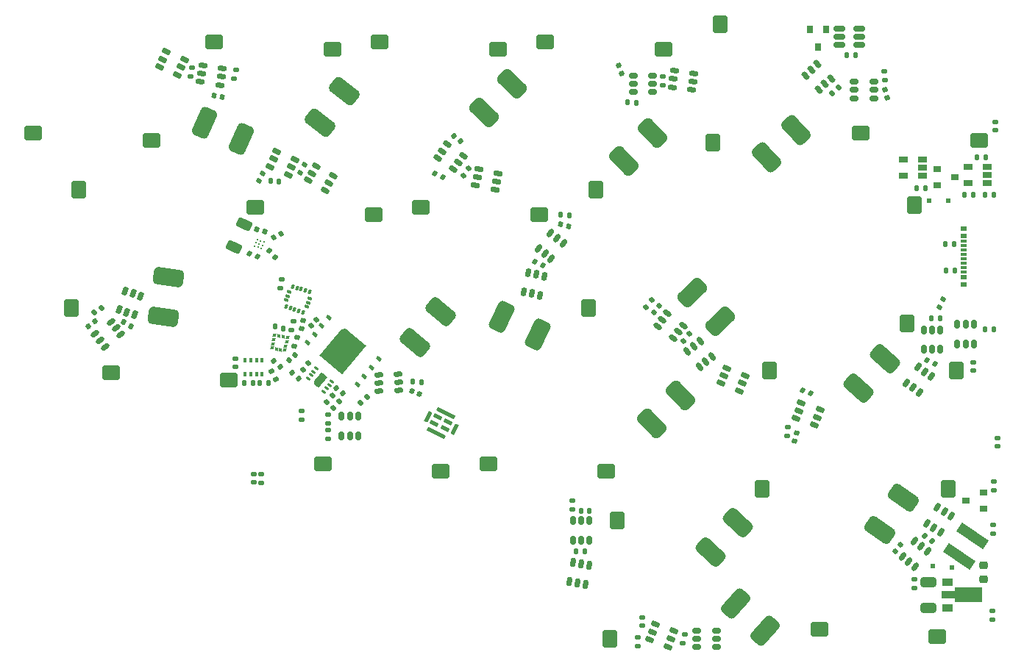
<source format=gbp>
G04 #@! TF.GenerationSoftware,KiCad,Pcbnew,(6.0.11-0)*
G04 #@! TF.CreationDate,2023-02-16T18:45:00+08:00*
G04 #@! TF.ProjectId,Left,4c656674-2e6b-4696-9361-645f70636258,rev?*
G04 #@! TF.SameCoordinates,Original*
G04 #@! TF.FileFunction,Paste,Bot*
G04 #@! TF.FilePolarity,Positive*
%FSLAX46Y46*%
G04 Gerber Fmt 4.6, Leading zero omitted, Abs format (unit mm)*
G04 Created by KiCad (PCBNEW (6.0.11-0)) date 2023-02-16 18:45:00*
%MOMM*%
%LPD*%
G01*
G04 APERTURE LIST*
G04 Aperture macros list*
%AMRoundRect*
0 Rectangle with rounded corners*
0 $1 Rounding radius*
0 $2 $3 $4 $5 $6 $7 $8 $9 X,Y pos of 4 corners*
0 Add a 4 corners polygon primitive as box body*
4,1,4,$2,$3,$4,$5,$6,$7,$8,$9,$2,$3,0*
0 Add four circle primitives for the rounded corners*
1,1,$1+$1,$2,$3*
1,1,$1+$1,$4,$5*
1,1,$1+$1,$6,$7*
1,1,$1+$1,$8,$9*
0 Add four rect primitives between the rounded corners*
20,1,$1+$1,$2,$3,$4,$5,0*
20,1,$1+$1,$4,$5,$6,$7,0*
20,1,$1+$1,$6,$7,$8,$9,0*
20,1,$1+$1,$8,$9,$2,$3,0*%
%AMRotRect*
0 Rectangle, with rotation*
0 The origin of the aperture is its center*
0 $1 length*
0 $2 width*
0 $3 Rotation angle, in degrees counterclockwise*
0 Add horizontal line*
21,1,$1,$2,0,0,$3*%
%AMOutline4P*
0 Free polygon, 4 corners , with rotation*
0 The origin of the aperture is its center*
0 number of corners: always 4*
0 $1 to $8 corner X, Y*
0 $9 Rotation angle, in degrees counterclockwise*
0 create outline with 4 corners*
4,1,4,$1,$2,$3,$4,$5,$6,$7,$8,$1,$2,$9*%
%AMOutline5P*
0 Free polygon, 5 corners , with rotation*
0 The origin of the aperture is its center*
0 number of corners: always 5*
0 $1 to $10 corner X, Y*
0 $11 Rotation angle, in degrees counterclockwise*
0 create outline with 5 corners*
4,1,5,$1,$2,$3,$4,$5,$6,$7,$8,$9,$10,$1,$2,$11*%
%AMOutline6P*
0 Free polygon, 6 corners , with rotation*
0 The origin of the aperture is its center*
0 number of corners: always 6*
0 $1 to $12 corner X, Y*
0 $13 Rotation angle, in degrees counterclockwise*
0 create outline with 6 corners*
4,1,6,$1,$2,$3,$4,$5,$6,$7,$8,$9,$10,$11,$12,$1,$2,$13*%
%AMOutline7P*
0 Free polygon, 7 corners , with rotation*
0 The origin of the aperture is its center*
0 number of corners: always 7*
0 $1 to $14 corner X, Y*
0 $15 Rotation angle, in degrees counterclockwise*
0 create outline with 7 corners*
4,1,7,$1,$2,$3,$4,$5,$6,$7,$8,$9,$10,$11,$12,$13,$14,$1,$2,$15*%
%AMOutline8P*
0 Free polygon, 8 corners , with rotation*
0 The origin of the aperture is its center*
0 number of corners: always 8*
0 $1 to $16 corner X, Y*
0 $17 Rotation angle, in degrees counterclockwise*
0 create outline with 8 corners*
4,1,8,$1,$2,$3,$4,$5,$6,$7,$8,$9,$10,$11,$12,$13,$14,$15,$16,$1,$2,$17*%
%AMFreePoly0*
4,1,6,0.450000,-0.800000,-0.180000,-0.800000,-0.450000,-0.530000,-0.450000,0.800000,0.450000,0.800000,0.450000,-0.800000,0.450000,-0.800000,$1*%
%AMFreePoly1*
4,1,9,3.862500,-0.866500,0.737500,-0.866500,0.737500,-0.450000,-0.737500,-0.450000,-0.737500,0.450000,0.737500,0.450000,0.737500,0.866500,3.862500,0.866500,3.862500,-0.866500,3.862500,-0.866500,$1*%
G04 Aperture macros list end*
%ADD10RoundRect,0.500000X-0.508653X1.246504X-1.227993X0.551846X0.508653X-1.246504X1.227993X-0.551846X0*%
%ADD11RoundRect,0.500000X0.508653X-1.246504X1.227993X-0.551846X-0.508653X1.246504X-1.227993X0.551846X0*%
%ADD12RoundRect,0.170000X-0.830000X-0.680000X0.830000X-0.680000X0.830000X0.680000X-0.830000X0.680000X0*%
%ADD13RoundRect,0.170000X0.830000X0.680000X-0.830000X0.680000X-0.830000X-0.680000X0.830000X-0.680000X0*%
%ADD14RoundRect,0.170000X0.680000X-0.830000X0.680000X0.830000X-0.680000X0.830000X-0.680000X-0.830000X0*%
%ADD15RoundRect,0.170000X-0.680000X0.830000X-0.680000X-0.830000X0.680000X-0.830000X0.680000X0.830000X0*%
%ADD16RoundRect,0.500000X-0.486821X1.255191X-1.218175X0.573193X0.486821X-1.255191X1.218175X-0.573193X0*%
%ADD17RoundRect,0.500000X0.486821X-1.255191X1.218175X-0.573193X-0.486821X1.255191X-1.218175X0.573193X0*%
%ADD18RoundRect,0.500000X0.594366X-1.207986X1.263496X-0.464841X-0.594366X1.207986X-1.263496X0.464841X0*%
%ADD19RoundRect,0.500000X-0.594366X1.207986X-1.263496X0.464841X0.594366X-1.207986X1.263496X-0.464841X0*%
%ADD20RoundRect,0.500000X-1.207986X-0.594366X-0.464841X-1.263496X1.207986X0.594366X0.464841X1.263496X0*%
%ADD21RoundRect,0.500000X1.207986X0.594366X0.464841X1.263496X-1.207986X-0.594366X-0.464841X-1.263496X0*%
%ADD22RoundRect,0.500000X-1.168249X0.669100X-1.307422X-0.321168X1.168249X-0.669100X1.307422X0.321168X0*%
%ADD23RoundRect,0.500000X1.168249X-0.669100X1.307422X0.321168X-1.168249X0.669100X-1.307422X-0.321168X0*%
%ADD24RoundRect,0.500000X0.636162X-1.186507X1.278949X-0.420462X-0.636162X1.186507X-1.278949X0.420462X0*%
%ADD25RoundRect,0.500000X-0.636162X1.186507X-1.278949X0.420462X0.636162X-1.186507X1.278949X-0.420462X0*%
%ADD26RoundRect,0.500000X-1.246504X-0.508653X-0.551846X-1.227993X1.246504X0.508653X0.551846X1.227993X0*%
%ADD27RoundRect,0.500000X1.246504X0.508653X0.551846X1.227993X-1.246504X-0.508653X-0.551846X-1.227993X0*%
%ADD28RoundRect,0.500000X0.965194X0.938564X0.051648X1.345300X-0.965194X-0.938564X-0.051648X-1.345300X0*%
%ADD29RoundRect,0.500000X-0.965194X-0.938564X-0.051648X-1.345300X0.965194X0.938564X0.051648X1.345300X0*%
%ADD30RoundRect,0.500000X0.997361X0.904307X0.098567X1.342678X-0.997361X-0.904307X-0.098567X-1.342678X0*%
%ADD31RoundRect,0.500000X-0.997361X-0.904307X-0.098567X-1.342678X0.997361X0.904307X0.098567X1.342678X0*%
%ADD32RoundRect,0.500000X0.737152X-1.126547X1.310728X-0.307395X-0.737152X1.126547X-1.310728X0.307395X0*%
%ADD33RoundRect,0.500000X-0.737152X1.126547X-1.310728X0.307395X0.737152X-1.126547X1.310728X-0.307395X0*%
%ADD34RoundRect,0.500000X-0.677183X1.163582X-1.292844X0.375571X0.677183X-1.163582X1.292844X-0.375571X0*%
%ADD35RoundRect,0.500000X0.677183X-1.163582X1.292844X-0.375571X-0.677183X1.163582X-1.292844X0.375571X0*%
%ADD36RoundRect,0.500000X0.573193X-1.218175X1.255191X-0.486821X-0.573193X1.218175X-1.255191X0.486821X0*%
%ADD37RoundRect,0.500000X-0.573193X1.218175X-1.255191X0.486821X0.573193X-1.218175X1.255191X-0.486821X0*%
%ADD38RoundRect,0.500000X-0.551846X1.227993X-1.246504X0.508653X0.551846X-1.227993X1.246504X-0.508653X0*%
%ADD39RoundRect,0.500000X0.551846X-1.227993X1.246504X-0.508653X-0.551846X1.227993X-1.246504X0.508653X0*%
%ADD40RoundRect,0.135000X-0.152889X0.170514X-0.209025X-0.093586X0.152889X-0.170514X0.209025X0.093586X0*%
%ADD41R,0.500000X0.500000*%
%ADD42RoundRect,0.150000X0.150000X-0.350000X0.150000X0.350000X-0.150000X0.350000X-0.150000X-0.350000X0*%
%ADD43RoundRect,0.140000X-0.137177X0.172286X-0.195393X-0.101596X0.137177X-0.172286X0.195393X0.101596X0*%
%ADD44R,0.800000X0.900000*%
%ADD45RoundRect,0.150000X0.183455X0.333683X-0.368153X-0.097280X-0.183455X-0.333683X0.368153X0.097280X0*%
%ADD46RoundRect,0.135000X0.107097X-0.202436X0.225457X0.040239X-0.107097X0.202436X-0.225457X-0.040239X0*%
%ADD47RoundRect,0.135000X0.222332X0.054942X0.015500X0.228495X-0.222332X-0.054942X-0.015500X-0.228495X0*%
%ADD48RoundRect,0.150000X0.368153X-0.097280X-0.183455X0.333683X-0.368153X0.097280X0.183455X-0.333683X0*%
%ADD49RoundRect,0.135000X0.146845X-0.175745X0.212164X0.086234X-0.146845X0.175745X-0.212164X-0.086234X0*%
%ADD50RoundRect,0.140000X-0.051308X-0.214167X0.200354X-0.091423X0.051308X0.214167X-0.200354X0.091423X0*%
%ADD51RoundRect,0.140000X-0.157003X-0.154435X0.121463X-0.183703X0.157003X0.154435X-0.121463X0.183703X0*%
%ADD52RoundRect,0.140000X0.193489X0.105176X-0.066123X0.210066X-0.193489X-0.105176X0.066123X-0.210066X0*%
%ADD53R,0.800000X0.540000*%
%ADD54R,0.800000X0.300000*%
%ADD55RoundRect,0.150000X0.086944X-0.370730X0.208498X0.318635X-0.086944X0.370730X-0.208498X-0.318635X0*%
%ADD56RoundRect,0.150000X0.371324X-0.084372X-0.194988X0.327077X-0.371324X0.084372X0.194988X-0.327077X0*%
%ADD57FreePoly0,320.000000*%
%ADD58RotRect,0.550000X0.250000X320.000000*%
%ADD59RotRect,0.550000X0.250000X140.000000*%
%ADD60RoundRect,0.150000X0.058265X0.376305X-0.312679X-0.217329X-0.058265X-0.376305X0.312679X0.217329X0*%
%ADD61RoundRect,0.135000X-0.135000X-0.185000X0.135000X-0.185000X0.135000X0.185000X-0.135000X0.185000X0*%
%ADD62RoundRect,0.150000X0.097280X0.368153X-0.333683X-0.183455X-0.097280X-0.368153X0.333683X0.183455X0*%
%ADD63RoundRect,0.150000X-0.380751X0.005326X0.258730X-0.279390X0.380751X-0.005326X-0.258730X0.279390X0*%
%ADD64RoundRect,0.135000X-0.228896X-0.007516X-0.062668X-0.220279X0.228896X0.007516X0.062668X0.220279X0*%
%ADD65RoundRect,0.135000X0.135000X0.185000X-0.135000X0.185000X-0.135000X-0.185000X0.135000X-0.185000X0*%
%ADD66RoundRect,0.147500X0.172500X-0.147500X0.172500X0.147500X-0.172500X0.147500X-0.172500X-0.147500X0*%
%ADD67RoundRect,0.150000X-0.097280X-0.368153X0.333683X0.183455X0.097280X0.368153X-0.333683X-0.183455X0*%
%ADD68RoundRect,0.140000X0.172286X0.137177X-0.101596X0.195393X-0.172286X-0.137177X0.101596X-0.195393X0*%
%ADD69RoundRect,0.135000X0.047149X-0.224114X0.227814X-0.023465X-0.047149X0.224114X-0.227814X0.023465X0*%
%ADD70RoundRect,0.140000X0.047769X-0.214984X0.220154X0.005659X-0.047769X0.214984X-0.220154X-0.005659X0*%
%ADD71RoundRect,0.135000X0.141374X0.180176X-0.128461X0.189599X-0.141374X-0.180176X0.128461X-0.189599X0*%
%ADD72RoundRect,0.150000X0.378109X-0.045096X-0.228109X0.304904X-0.378109X0.045096X0.228109X-0.304904X0*%
%ADD73RoundRect,0.140000X0.216520X0.040237X0.002028X0.220218X-0.216520X-0.040237X-0.002028X-0.220218X0*%
%ADD74RoundRect,0.135000X0.164411X-0.159433X0.201988X0.107939X-0.164411X0.159433X-0.201988X-0.107939X0*%
%ADD75RoundRect,0.150000X0.350000X0.150000X-0.350000X0.150000X-0.350000X-0.150000X0.350000X-0.150000X0*%
%ADD76RoundRect,0.135000X0.212522X0.085350X-0.016451X0.228428X-0.212522X-0.085350X0.016451X-0.228428X0*%
%ADD77RoundRect,0.140000X-0.170000X0.140000X-0.170000X-0.140000X0.170000X-0.140000X0.170000X0.140000X0*%
%ADD78RoundRect,0.135000X-0.054942X0.222332X-0.228495X0.015500X0.054942X-0.222332X0.228495X-0.015500X0*%
%ADD79R,0.900000X0.800000*%
%ADD80RoundRect,0.135000X-0.185000X0.135000X-0.185000X-0.135000X0.185000X-0.135000X0.185000X0.135000X0*%
%ADD81RoundRect,0.135000X0.185000X-0.135000X0.185000X0.135000X-0.185000X0.135000X-0.185000X-0.135000X0*%
%ADD82RoundRect,0.140000X-0.013339X-0.219823X0.213186X-0.055243X0.013339X0.219823X-0.213186X0.055243X0*%
%ADD83RoundRect,0.140000X-0.047769X0.214984X-0.220154X-0.005659X0.047769X-0.214984X0.220154X0.005659X0*%
%ADD84RoundRect,0.135000X0.175745X0.146845X-0.086234X0.212164X-0.175745X-0.146845X0.086234X-0.212164X0*%
%ADD85RoundRect,0.140000X0.170000X-0.140000X0.170000X0.140000X-0.170000X0.140000X-0.170000X-0.140000X0*%
%ADD86RoundRect,0.135000X-0.228428X0.016451X-0.085350X-0.212522X0.228428X-0.016451X0.085350X0.212522X0*%
%ADD87RoundRect,0.135000X0.215371X0.077881X-0.008469X0.228863X-0.215371X-0.077881X0.008469X-0.228863X0*%
%ADD88RoundRect,0.135000X0.198575X0.114096X-0.048082X0.223915X-0.198575X-0.114096X0.048082X-0.223915X0*%
%ADD89Outline4P,-0.225000X0.475000X0.225000X0.475000X0.225000X-0.475000X-0.225000X-0.475000X64.000000*%
%ADD90Outline6P,-0.225000X0.537500X-0.112500X0.650000X0.225000X0.650000X0.225000X-0.650000X-0.112500X-0.650000X-0.225000X-0.537500X334.000000*%
%ADD91Outline6P,-0.225000X1.037500X-0.112500X1.150000X0.225000X1.150000X0.225000X-1.150000X-0.112500X-1.150000X-0.225000X-1.037500X244.000000*%
%ADD92Outline6P,-0.225000X0.537500X-0.112500X0.650000X0.225000X0.650000X0.225000X-0.650000X-0.112500X-0.650000X-0.225000X-0.537500X154.000000*%
%ADD93Outline6P,-0.225000X1.037500X-0.112500X1.150000X0.225000X1.150000X0.225000X-1.150000X-0.112500X-1.150000X-0.225000X-1.037500X64.000000*%
%ADD94RoundRect,0.087500X0.025277X-0.205362X0.141158X0.151284X-0.025277X0.205362X-0.141158X-0.151284X0*%
%ADD95RoundRect,0.087500X0.151284X-0.141158X0.205362X0.025277X-0.151284X0.141158X-0.205362X-0.025277X0*%
%ADD96RoundRect,0.135000X0.140622X-0.180763X0.215044X0.078777X-0.140622X0.180763X-0.215044X-0.078777X0*%
%ADD97RoundRect,0.150000X-0.350000X-0.150000X0.350000X-0.150000X0.350000X0.150000X-0.350000X0.150000X0*%
%ADD98RoundRect,0.150000X0.380751X-0.005326X-0.258730X0.279390X-0.380751X0.005326X0.258730X-0.279390X0*%
%ADD99RotRect,0.375000X0.350000X170.000000*%
%ADD100RotRect,0.375000X0.350000X80.000000*%
%ADD101RoundRect,0.150000X-0.084372X-0.371324X0.327077X0.194988X0.084372X0.371324X-0.327077X-0.194988X0*%
%ADD102R,0.350000X0.500000*%
%ADD103C,0.270002*%
%ADD104RoundRect,0.140000X-0.140000X-0.170000X0.140000X-0.170000X0.140000X0.170000X-0.140000X0.170000X0*%
%ADD105RoundRect,0.150000X-0.150000X0.350000X-0.150000X-0.350000X0.150000X-0.350000X0.150000X0.350000X0*%
%ADD106RoundRect,0.150000X-0.351031X0.147570X0.135229X-0.355968X0.351031X-0.147570X-0.135229X0.355968X0*%
%ADD107RoundRect,0.150000X0.333683X-0.183455X-0.097280X0.368153X-0.333683X0.183455X0.097280X-0.368153X0*%
%ADD108RoundRect,0.150000X0.367470X0.099830X-0.325718X0.197251X-0.367470X-0.099830X0.325718X-0.197251X0*%
%ADD109RoundRect,0.140000X-0.202004X0.087718X-0.124825X-0.181435X0.202004X-0.087718X0.124825X0.181435X0*%
%ADD110RoundRect,0.140000X0.207631X-0.073414X0.111865X0.189700X-0.207631X0.073414X-0.111865X-0.189700X0*%
%ADD111RoundRect,0.135000X0.152889X-0.170514X0.209025X0.093586X-0.152889X0.170514X-0.209025X-0.093586X0*%
%ADD112RoundRect,0.225000X-0.250000X0.225000X-0.250000X-0.225000X0.250000X-0.225000X0.250000X0.225000X0*%
%ADD113RoundRect,0.135000X0.194472X0.120957X-0.055868X0.222101X-0.194472X-0.120957X0.055868X-0.222101X0*%
%ADD114RoundRect,0.135000X0.062668X-0.220279X0.228896X-0.007516X-0.062668X0.220279X-0.228896X0.007516X0*%
%ADD115RoundRect,0.150000X0.512500X0.150000X-0.512500X0.150000X-0.512500X-0.150000X0.512500X-0.150000X0*%
%ADD116R,1.060000X0.650000*%
%ADD117RoundRect,0.147500X0.147500X0.172500X-0.147500X0.172500X-0.147500X-0.172500X0.147500X-0.172500X0*%
%ADD118RoundRect,0.140000X-0.172286X-0.137177X0.101596X-0.195393X0.172286X0.137177X-0.101596X0.195393X0*%
%ADD119RoundRect,0.135000X0.206050X0.099967X-0.032346X0.226724X-0.206050X-0.099967X0.032346X-0.226724X0*%
%ADD120RoundRect,0.135000X-0.099967X0.206050X-0.226724X-0.032346X0.099967X-0.206050X0.226724X0.032346X0*%
%ADD121RoundRect,0.135000X0.008469X0.228863X-0.215371X0.077881X-0.008469X-0.228863X0.215371X-0.077881X0*%
%ADD122RoundRect,0.150000X-0.380705X-0.007965X0.268323X-0.270190X0.380705X0.007965X-0.268323X0.270190X0*%
%ADD123RoundRect,0.135000X-0.062668X0.220279X-0.228896X0.007516X0.062668X-0.220279X0.228896X-0.007516X0*%
%ADD124Outline5P,-0.200000X0.260000X-0.160000X0.300000X0.200000X0.300000X0.200000X-0.300000X-0.200000X-0.300000X230.000000*%
%ADD125Outline5P,-1.700000X1.810000X-1.360000X2.150000X1.700000X2.150000X1.700000X-2.150000X-1.700000X-2.150000X320.000000*%
%ADD126RoundRect,0.135000X0.031401X-0.226857X0.225623X-0.039299X-0.031401X0.226857X-0.225623X0.039299X0*%
%ADD127RoundRect,0.135000X-0.190132X-0.127670X0.063585X-0.220016X0.190132X0.127670X-0.063585X0.220016X0*%
%ADD128RoundRect,0.135000X-0.198575X-0.114096X0.048082X-0.223915X0.198575X0.114096X-0.048082X0.223915X0*%
%ADD129RoundRect,0.150000X-0.370730X-0.086944X0.318635X-0.208498X0.370730X0.086944X-0.318635X0.208498X0*%
%ADD130RoundRect,0.135000X0.070317X-0.217958X0.229019X0.000477X-0.070317X0.217958X-0.229019X-0.000477X0*%
%ADD131RoundRect,0.150000X-0.344552X-0.162123X0.355022X-0.137694X0.344552X0.162123X-0.355022X0.137694X0*%
%ADD132R,1.300000X0.900000*%
%ADD133FreePoly1,0.000000*%
%ADD134RoundRect,0.250000X-0.650000X0.325000X-0.650000X-0.325000X0.650000X-0.325000X0.650000X0.325000X0*%
%ADD135RoundRect,0.150000X-0.380195X-0.021247X0.277589X-0.260661X0.380195X0.021247X-0.277589X0.260661X0*%
%ADD136RoundRect,0.140000X-0.002028X0.220218X-0.216520X0.040237X0.002028X-0.220218X0.216520X-0.040237X0*%
%ADD137RotRect,0.500000X0.500000X354.000000*%
%ADD138RoundRect,0.135000X-0.114096X0.198575X-0.223915X-0.048082X0.114096X-0.198575X0.223915X0.048082X0*%
%ADD139RoundRect,0.140000X-0.216520X-0.040237X-0.002028X-0.220218X0.216520X0.040237X0.002028X0.220218X0*%
%ADD140RoundRect,0.135000X0.153598X0.169875X-0.114923X0.198098X-0.153598X-0.169875X0.114923X-0.198098X0*%
%ADD141RotRect,1.200000X3.700000X236.000000*%
%ADD142RoundRect,0.140000X-0.040237X0.216520X-0.220218X0.002028X0.040237X-0.216520X0.220218X-0.002028X0*%
%ADD143RoundRect,0.150000X0.060872X-0.375892X0.230217X0.303315X-0.060872X0.375892X-0.230217X-0.303315X0*%
%ADD144RoundRect,0.140000X0.181435X0.124825X-0.087718X0.202004X-0.181435X-0.124825X0.087718X-0.202004X0*%
%ADD145RoundRect,0.250000X0.443861X-0.539693X0.698071X0.031273X-0.443861X0.539693X-0.698071X-0.031273X0*%
%ADD146RoundRect,0.150000X-0.034503X0.379222X-0.250814X-0.286517X0.034503X-0.379222X0.250814X0.286517X0*%
%ADD147RoundRect,0.150000X0.380195X0.021247X-0.277589X0.260661X-0.380195X-0.021247X0.277589X-0.260661X0*%
%ADD148RoundRect,0.135000X-0.201988X0.107939X-0.164411X-0.159433X0.201988X-0.107939X0.164411X0.159433X0*%
%ADD149RoundRect,0.150000X0.373538X0.073953X-0.311165X0.219491X-0.373538X-0.073953X0.311165X-0.219491X0*%
G04 APERTURE END LIST*
D10*
X167586232Y-81874499D03*
D11*
X164277269Y-85069928D03*
D12*
X117174459Y-71388500D03*
D13*
X130775541Y-72238500D03*
D14*
X162668750Y-140089041D03*
D15*
X163518750Y-126487959D03*
D16*
X184126713Y-81497101D03*
D17*
X180762486Y-84634293D03*
D12*
X121936959Y-90438500D03*
D13*
X135538041Y-91288500D03*
D12*
X140986959Y-90438500D03*
D13*
X154588041Y-91288500D03*
D15*
X197781250Y-90187959D03*
D14*
X196931250Y-103789041D03*
D12*
X105268209Y-109488500D03*
D13*
X118869291Y-110338500D03*
D18*
X191324575Y-111267340D03*
D19*
X194402576Y-107848874D03*
D20*
X177164160Y-136071375D03*
D21*
X180582626Y-139149376D03*
D14*
X174575000Y-82939041D03*
D15*
X175425000Y-69337959D03*
D13*
X205175541Y-82688500D03*
D12*
X191574459Y-81838500D03*
D22*
X111923578Y-98466817D03*
D23*
X111283382Y-103022050D03*
D15*
X202543750Y-109237959D03*
D14*
X201693750Y-122839041D03*
D13*
X162313041Y-120788500D03*
D12*
X148711959Y-119938500D03*
X136224459Y-71388500D03*
D13*
X149825541Y-72238500D03*
X109925541Y-82688500D03*
D12*
X96324459Y-81838500D03*
D24*
X140245869Y-105956478D03*
D25*
X143202692Y-102432674D03*
D26*
X172174499Y-100213768D03*
D27*
X175369928Y-103522731D03*
D28*
X120297851Y-82573660D03*
D29*
X116095542Y-80702672D03*
D30*
X154422400Y-105068592D03*
D31*
X150287948Y-103052084D03*
D14*
X100756300Y-101989041D03*
D15*
X101606300Y-88387959D03*
D32*
X193817799Y-127581370D03*
D33*
X196456251Y-123813271D03*
D13*
X143263041Y-120788500D03*
D12*
X129661959Y-119938500D03*
D34*
X132160410Y-77023792D03*
D35*
X129328368Y-80648642D03*
D36*
X174281390Y-130126174D03*
D37*
X177418582Y-126761947D03*
D12*
X155274459Y-71388500D03*
D13*
X168875541Y-72238500D03*
D11*
X167563768Y-115275501D03*
D10*
X170872731Y-112080072D03*
D15*
X181112500Y-109237959D03*
D14*
X180262500Y-122839041D03*
X160287500Y-101989041D03*
D15*
X161137500Y-88387959D03*
D38*
X151415245Y-76185268D03*
D39*
X148219817Y-79494231D03*
D13*
X200413041Y-139838500D03*
D12*
X186811959Y-138988500D03*
D40*
X119676035Y-74561145D03*
X119463965Y-75558855D03*
D41*
X201650000Y-89650000D03*
X199450000Y-89650000D03*
D42*
X160350000Y-128787500D03*
X159400000Y-128787500D03*
X158450000Y-128787500D03*
X158450000Y-126512500D03*
X159400000Y-126512500D03*
X160350000Y-126512500D03*
D43*
X127399798Y-103430489D03*
X127200202Y-104369511D03*
D44*
X185725000Y-69950000D03*
X187625000Y-69950000D03*
X186675000Y-71950000D03*
D45*
X105271484Y-103581075D03*
X105856362Y-104329685D03*
X106441241Y-105078295D03*
X104648516Y-106478925D03*
X104063638Y-105730315D03*
X103478759Y-104981705D03*
D46*
X122336431Y-87398385D03*
X122783569Y-86481615D03*
D47*
X126899983Y-110100022D03*
X126118617Y-109444378D03*
D48*
X171131241Y-104001705D03*
X170546362Y-104750315D03*
X169961484Y-105498925D03*
X168168759Y-104098295D03*
X168753638Y-103349685D03*
X169338516Y-102601075D03*
D49*
X126026620Y-104544851D03*
X126273380Y-103555149D03*
D50*
X124018579Y-93910418D03*
X124881421Y-93489582D03*
D51*
X123652629Y-87379826D03*
X124607371Y-87480174D03*
D52*
X140795048Y-111929811D03*
X139904952Y-111570189D03*
D53*
X203402700Y-92893500D03*
X203402700Y-99293500D03*
X203402700Y-93693500D03*
X203402700Y-98493500D03*
D54*
X203402700Y-94843500D03*
X203402700Y-95843500D03*
X203402700Y-96343500D03*
X203402700Y-97343500D03*
X203402700Y-97843500D03*
X203402700Y-96843500D03*
X203402700Y-95343500D03*
X203402700Y-94335500D03*
D55*
X159908043Y-133855185D03*
X158972475Y-133690219D03*
X158036908Y-133525253D03*
X158431957Y-131284815D03*
X159367525Y-131449781D03*
X160303092Y-131614747D03*
D56*
X145818653Y-84500040D03*
X145260257Y-85268606D03*
X144701861Y-86037172D03*
X142861347Y-84699960D03*
X143419743Y-83931394D03*
X143978139Y-83162828D03*
D57*
X129350000Y-110300000D03*
D58*
X127967807Y-110119258D03*
X128289201Y-109736236D03*
X128610595Y-109353213D03*
D59*
X128931988Y-108970191D03*
D58*
X130732193Y-110480742D03*
X130410799Y-110863764D03*
X130089405Y-111246787D03*
X129768012Y-111629809D03*
D60*
X200397137Y-124921922D03*
X201202783Y-125425345D03*
X202008429Y-125928769D03*
X200802863Y-127858078D03*
X199997217Y-127354655D03*
X199191571Y-126851231D03*
D61*
X204990000Y-84650000D03*
X206010000Y-84650000D03*
D62*
X197761705Y-128858759D03*
X198510315Y-129443638D03*
X199258925Y-130028516D03*
X197858295Y-131821241D03*
X197109685Y-131236362D03*
X196361075Y-130651484D03*
D63*
X110883142Y-74217605D03*
X111269542Y-73349737D03*
X111655942Y-72481869D03*
X113734258Y-73407195D03*
X113347858Y-74275063D03*
X112961458Y-75142931D03*
D64*
X123536013Y-95368115D03*
X124163987Y-96171885D03*
D65*
X202310000Y-94600000D03*
X201290000Y-94600000D03*
D66*
X121710000Y-122085000D03*
X121710000Y-121115000D03*
D40*
X171315887Y-139621145D03*
X171103817Y-140618855D03*
D67*
X155973295Y-96356241D03*
X155224685Y-95771362D03*
X154476075Y-95186484D03*
X155876705Y-93393759D03*
X156625315Y-93978638D03*
X157373925Y-94563516D03*
D68*
X118119511Y-77719798D03*
X117180489Y-77520202D03*
D69*
X130883743Y-113554004D03*
X131566257Y-112795996D03*
D70*
X167754482Y-102528245D03*
X168345518Y-101771755D03*
D71*
X165729689Y-78347799D03*
X164710311Y-78312201D03*
D72*
X130876370Y-86786557D03*
X130401370Y-87609281D03*
X129926370Y-88432005D03*
X127956162Y-87294505D03*
X128431162Y-86471781D03*
X128906162Y-85649057D03*
D73*
X145517701Y-82818538D03*
X144782299Y-82201462D03*
D74*
X183069022Y-116725037D03*
X183210978Y-115714963D03*
D75*
X167650000Y-75250000D03*
X167650000Y-76200000D03*
X167650000Y-77150000D03*
X165375000Y-77150000D03*
X165375000Y-76200000D03*
X165375000Y-75250000D03*
D76*
X107582505Y-104150259D03*
X106717495Y-103609741D03*
D77*
X207301725Y-116999497D03*
X207301725Y-117959497D03*
D78*
X128027822Y-108359317D03*
X127372178Y-109140683D03*
D79*
X205700000Y-123250000D03*
X205700000Y-125150000D03*
X203700000Y-124200000D03*
D80*
X130310000Y-114270000D03*
X130310000Y-115290000D03*
D75*
X174977352Y-139170000D03*
X174977352Y-140120000D03*
X174977352Y-141070000D03*
X172702352Y-141070000D03*
X172702352Y-140120000D03*
X172702352Y-139170000D03*
D81*
X165909852Y-140950000D03*
X165909852Y-139930000D03*
D82*
X102645872Y-104124137D03*
X103422528Y-103559863D03*
D83*
X196165518Y-129311755D03*
X195574482Y-130068245D03*
D79*
X200400000Y-87900000D03*
X200400000Y-86000000D03*
X202400000Y-86950000D03*
D65*
X190990000Y-72910000D03*
X189970000Y-72910000D03*
D84*
X125144851Y-104373380D03*
X124155149Y-104126620D03*
D85*
X166459852Y-138580000D03*
X166459852Y-137620000D03*
D86*
X123749741Y-109317495D03*
X124290259Y-110182505D03*
D87*
X199782809Y-128815188D03*
X198937191Y-128244812D03*
D77*
X206750000Y-136920000D03*
X206750000Y-137880000D03*
D88*
X200095908Y-108427436D03*
X199164092Y-108012564D03*
D89*
X143720378Y-115927888D03*
X142507006Y-115336087D03*
X142879622Y-114572112D03*
X144092994Y-115163913D03*
D90*
X144816715Y-115989751D03*
D91*
X142696137Y-116374044D03*
D92*
X141783285Y-114510249D03*
D93*
X143858923Y-114104038D03*
D94*
X127372511Y-102474061D03*
X126896982Y-102319553D03*
X126421454Y-102165044D03*
X125945926Y-102010536D03*
X125470398Y-101856027D03*
D95*
X125480447Y-101096982D03*
X125634956Y-100621454D03*
X125789464Y-100145926D03*
D94*
X126227489Y-99525939D03*
X126703018Y-99680447D03*
X127178546Y-99834956D03*
X127654074Y-99989464D03*
X128129602Y-100143973D03*
D95*
X128119553Y-100903018D03*
X127965044Y-101378546D03*
X127810536Y-101854074D03*
D49*
X114406620Y-75314851D03*
X114653380Y-74325149D03*
D96*
X126399425Y-106370243D03*
X126680575Y-105389757D03*
D97*
X190842500Y-77850000D03*
X190842500Y-76900000D03*
X190842500Y-75950000D03*
X193117500Y-75950000D03*
X193117500Y-76900000D03*
X193117500Y-77850000D03*
D98*
X126441824Y-84905326D03*
X126055424Y-85773194D03*
X125669024Y-86641062D03*
X123590708Y-85715736D03*
X123977108Y-84847868D03*
X124363508Y-83980000D03*
D99*
X125581152Y-105393801D03*
X125494328Y-105886205D03*
X125407504Y-106378609D03*
X125320680Y-106871013D03*
D100*
X124813795Y-106794328D03*
X124321391Y-106707504D03*
D99*
X123818848Y-106606199D03*
X123905672Y-106113795D03*
X123992496Y-105621391D03*
X124079320Y-105128987D03*
D100*
X124586205Y-105205672D03*
X125078609Y-105292496D03*
D80*
X158380000Y-124220000D03*
X158380000Y-125240000D03*
D101*
X198339960Y-111748653D03*
X197571394Y-111190257D03*
X196802828Y-110631861D03*
X198140040Y-108791347D03*
X198908606Y-109349743D03*
X199677172Y-109908139D03*
D102*
X120725000Y-109619200D03*
X121375000Y-109619200D03*
X122025000Y-109619200D03*
X122675000Y-109619200D03*
X122675000Y-108019200D03*
X122025000Y-108019200D03*
X121375000Y-108019200D03*
X120725000Y-108019200D03*
D103*
X122870716Y-94428969D03*
X122499843Y-94279126D03*
X122128969Y-94129284D03*
X122720874Y-94799843D03*
X122350000Y-94650000D03*
X121979126Y-94500157D03*
X122571031Y-95170716D03*
X122200157Y-95020874D03*
X121829284Y-94871031D03*
D104*
X159400000Y-125350000D03*
X160360000Y-125350000D03*
D105*
X202710000Y-103882500D03*
X203660000Y-103882500D03*
X204610000Y-103882500D03*
X204610000Y-106157500D03*
X203660000Y-106157500D03*
X202710000Y-106157500D03*
D81*
X197770000Y-134270000D03*
X197770000Y-133250000D03*
X206897861Y-123017968D03*
X206897861Y-121997968D03*
D104*
X205920000Y-104500000D03*
X206880000Y-104500000D03*
D69*
X130133743Y-112879004D03*
X130816257Y-112120996D03*
D106*
X185206453Y-75241676D03*
X185889826Y-74581751D03*
X186573199Y-73921826D03*
X188153547Y-75558324D03*
X187470174Y-76218249D03*
X186786801Y-76878174D03*
D80*
X122590000Y-121120000D03*
X122590000Y-122140000D03*
D107*
X174498925Y-107611484D03*
X173750315Y-108196362D03*
X173001705Y-108781241D03*
X171601075Y-106988516D03*
X172349685Y-106403638D03*
X173098295Y-105818759D03*
D108*
X172398644Y-75007555D03*
X172266430Y-75948309D03*
X172134215Y-76889064D03*
X169881356Y-76572445D03*
X170013570Y-75631691D03*
X170145785Y-74690936D03*
D42*
X200750000Y-106787500D03*
X199800000Y-106787500D03*
X198850000Y-106787500D03*
X198850000Y-104512500D03*
X199800000Y-104512500D03*
X200750000Y-104512500D03*
D77*
X206800000Y-127020000D03*
X206800000Y-127980000D03*
D109*
X194387694Y-76888594D03*
X194652306Y-77811406D03*
D61*
X122410000Y-110610000D03*
X123430000Y-110610000D03*
D110*
X164044170Y-75011052D03*
X163715830Y-74108948D03*
D71*
X158029689Y-91307799D03*
X157010311Y-91272201D03*
D77*
X119600000Y-107820000D03*
X119600000Y-108780000D03*
D111*
X124743965Y-99698855D03*
X124956035Y-98701145D03*
D112*
X205750000Y-131675000D03*
X205750000Y-133225000D03*
D65*
X202410000Y-97700000D03*
X201390000Y-97700000D03*
D113*
X122142864Y-96091049D03*
X121197136Y-95708951D03*
D114*
X171192613Y-105806685D03*
X171820587Y-105002915D03*
D115*
X191437500Y-69825000D03*
X191437500Y-70775000D03*
X191437500Y-71725000D03*
X189162500Y-71725000D03*
X189162500Y-70775000D03*
X189162500Y-69825000D03*
D116*
X206100000Y-85750000D03*
X206100000Y-86700000D03*
X206100000Y-87650000D03*
X203900000Y-87650000D03*
X203900000Y-85750000D03*
D117*
X204517500Y-88950000D03*
X203547500Y-88950000D03*
D43*
X184169798Y-116390489D03*
X183970202Y-117329511D03*
D77*
X204509579Y-108277478D03*
X204509579Y-109237478D03*
D118*
X157000489Y-92370202D03*
X157939511Y-92569798D03*
D119*
X143450303Y-86959430D03*
X142549697Y-86480570D03*
D120*
X127555696Y-85510228D03*
X127076836Y-86410834D03*
D80*
X130300000Y-116090000D03*
X130300000Y-117110000D03*
D121*
X104202809Y-101984812D03*
X103357191Y-102555188D03*
D122*
X175479452Y-110684710D03*
X175835328Y-109803885D03*
X176191205Y-108923060D03*
X178300548Y-109775290D03*
X177944672Y-110656115D03*
X177588795Y-111536940D03*
D123*
X167513987Y-101098115D03*
X166886013Y-101901885D03*
D124*
X127902823Y-105998861D03*
X128719163Y-105025985D03*
X129535503Y-104053108D03*
X130336523Y-103067376D03*
X136081856Y-107888283D03*
X135280837Y-108874015D03*
X134464497Y-109846892D03*
X133648156Y-110819768D03*
D125*
X132000000Y-106950000D03*
D126*
X188263137Y-77304276D03*
X188996863Y-76595724D03*
D127*
X184860757Y-111495570D03*
X185819243Y-111844430D03*
D116*
X198700000Y-84900000D03*
X198700000Y-85850000D03*
X198700000Y-86800000D03*
X196500000Y-86800000D03*
X196500000Y-84900000D03*
D81*
X127200000Y-114890000D03*
X127200000Y-113870000D03*
D128*
X154054092Y-96702564D03*
X154985908Y-97117436D03*
D77*
X207050000Y-80600000D03*
X207050000Y-81560000D03*
D129*
X115554815Y-75918043D03*
X115719781Y-74982475D03*
X115884747Y-74046908D03*
X118125185Y-74441957D03*
X117960219Y-75377525D03*
X117795253Y-76313092D03*
D65*
X199010000Y-88200000D03*
X197990000Y-88200000D03*
D130*
X145830230Y-86732599D03*
X146429770Y-85907401D03*
D131*
X136146347Y-111589119D03*
X136113193Y-110639698D03*
X136080038Y-109690277D03*
X138353653Y-109610881D03*
X138386807Y-110560302D03*
X138419962Y-111509723D03*
D132*
X201550000Y-136550000D03*
D133*
X201637500Y-135050000D03*
D132*
X201550000Y-133550000D03*
D65*
X121626900Y-110659500D03*
X120606900Y-110659500D03*
D134*
X199400000Y-133625000D03*
X199400000Y-136575000D03*
D47*
X124815683Y-108752822D03*
X124034317Y-108097178D03*
D42*
X133730000Y-116757500D03*
X132780000Y-116757500D03*
X131830000Y-116757500D03*
X131830000Y-114482500D03*
X132780000Y-114482500D03*
X133730000Y-114482500D03*
D135*
X184106181Y-114723660D03*
X184431100Y-113830952D03*
X184756019Y-112938244D03*
X186893819Y-113716340D03*
X186568900Y-114609048D03*
X186243981Y-115501756D03*
D136*
X126492701Y-107441462D03*
X125757299Y-108058538D03*
D137*
X199906026Y-131685019D03*
X202093974Y-131914981D03*
D138*
X201017436Y-100954092D03*
X200602564Y-101885908D03*
D126*
X134013137Y-112934276D03*
X134746863Y-112225724D03*
D139*
X131232299Y-111241462D03*
X131967701Y-111858538D03*
D140*
X141017206Y-110543310D03*
X140002794Y-110436690D03*
D80*
X168770000Y-75310000D03*
X168770000Y-76330000D03*
D65*
X159850000Y-130070000D03*
X158830000Y-130070000D03*
D141*
X204482870Y-128289347D03*
X202917130Y-130610653D03*
D61*
X205890000Y-88950000D03*
X206910000Y-88950000D03*
D142*
X128958538Y-103332299D03*
X128341462Y-104067701D03*
D143*
X154621595Y-100583537D03*
X153699814Y-100353711D03*
X152778033Y-100123886D03*
X153328405Y-97916463D03*
X154250186Y-98146289D03*
X155171967Y-98376114D03*
D144*
X122981406Y-93222306D03*
X122058594Y-92957694D03*
D145*
X119430148Y-95011060D03*
X120619852Y-92338940D03*
D146*
X106908003Y-100034607D03*
X107811507Y-100328173D03*
X108715011Y-100621739D03*
X108011997Y-102785393D03*
X107108493Y-102491827D03*
X106204989Y-102198261D03*
D104*
X199720000Y-103180000D03*
X200680000Y-103180000D03*
D147*
X170063671Y-139216340D03*
X169738752Y-140109048D03*
X169413833Y-141001756D03*
X167276033Y-140223660D03*
X167600952Y-139330952D03*
X167925871Y-138438244D03*
D148*
X194259022Y-74734963D03*
X194400978Y-75745037D03*
D149*
X149850159Y-86517259D03*
X149652643Y-87446500D03*
X149455127Y-88375740D03*
X147229841Y-87902741D03*
X147427357Y-86973500D03*
X147624873Y-86044260D03*
M02*

</source>
